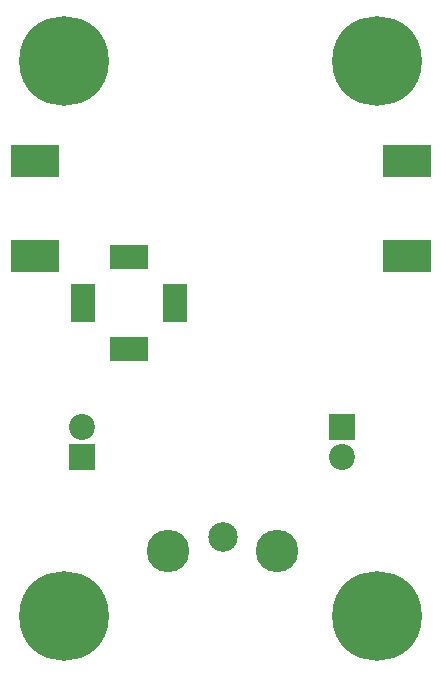
<source format=gbr>
%TF.GenerationSoftware,KiCad,Pcbnew,5.1.6-c6e7f7d~87~ubuntu20.04.1*%
%TF.CreationDate,2020-09-21T11:46:00+02:00*%
%TF.ProjectId,bias-t-injector-smd,62696173-2d74-42d6-996e-6a6563746f72,rev?*%
%TF.SameCoordinates,Original*%
%TF.FileFunction,Soldermask,Bot*%
%TF.FilePolarity,Negative*%
%FSLAX46Y46*%
G04 Gerber Fmt 4.6, Leading zero omitted, Abs format (unit mm)*
G04 Created by KiCad (PCBNEW 5.1.6-c6e7f7d~87~ubuntu20.04.1) date 2020-09-21 11:46:00*
%MOMM*%
%LPD*%
G01*
G04 APERTURE LIST*
%ADD10R,4.100000X2.800000*%
%ADD11C,2.200000*%
%ADD12R,2.200000X2.200000*%
%ADD13C,7.600000*%
%ADD14C,3.600000*%
%ADD15C,2.500000*%
%ADD16R,2.100000X3.300000*%
%ADD17R,3.300000X2.100000*%
G04 APERTURE END LIST*
D10*
%TO.C,J1*%
X42000000Y-40000000D03*
X42000000Y-32000000D03*
%TD*%
D11*
%TO.C,J2*%
X46000000Y-54460000D03*
D12*
X46000000Y-57000000D03*
%TD*%
D10*
%TO.C,J3*%
X73500000Y-40000000D03*
X73500000Y-32000000D03*
%TD*%
D11*
%TO.C,LA1*%
X68000000Y-57000000D03*
D12*
X68000000Y-54460000D03*
%TD*%
D13*
%TO.C,H1*%
X44500000Y-23500000D03*
%TD*%
%TO.C,H2*%
X71000000Y-70500000D03*
%TD*%
%TO.C,H3*%
X44500000Y-70500000D03*
%TD*%
%TO.C,H4*%
X71000000Y-23500000D03*
%TD*%
D14*
%TO.C,F1*%
X62500000Y-65000000D03*
D15*
X57900000Y-63800000D03*
D14*
X53300000Y-65000000D03*
%TD*%
D16*
%TO.C,L1*%
X46100000Y-44000000D03*
X53900000Y-44000000D03*
D17*
X50000000Y-47900000D03*
X50000000Y-40100000D03*
%TD*%
M02*

</source>
